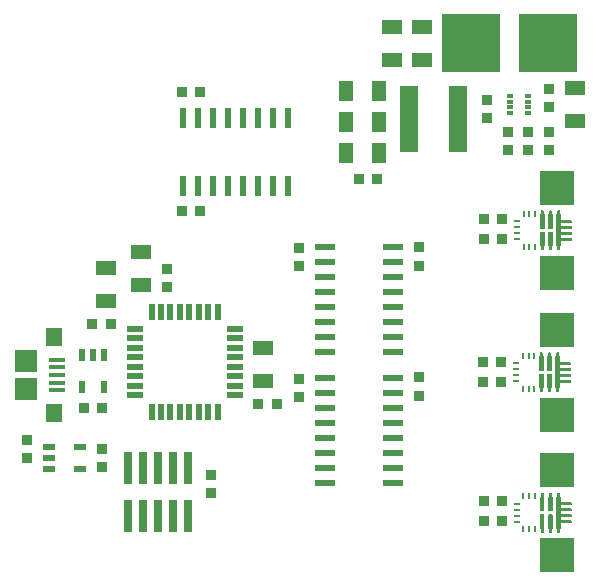
<source format=gbr>
%TF.GenerationSoftware,Altium Limited,Altium Designer,22.9.1 (49)*%
G04 Layer_Color=8421504*
%FSLAX45Y45*%
%MOMM*%
%TF.SameCoordinates,EA90029D-DDF1-4691-B258-B80E594B725E*%
%TF.FilePolarity,Positive*%
%TF.FileFunction,Paste,Top*%
%TF.Part,Single*%
G01*
G75*
%TA.AperFunction,SMDPad,CuDef*%
%ADD11R,1.80000X1.30000*%
%ADD12R,0.95000X0.95000*%
%ADD13R,0.60000X0.30000*%
%ADD14R,0.90000X0.90000*%
%ADD15R,1.65000X5.60000*%
%ADD16R,0.60000X1.00000*%
%TA.AperFunction,ConnectorPad*%
%ADD17R,1.35000X0.40000*%
%ADD18R,1.40000X1.60000*%
%TA.AperFunction,SMDPad,CuDef*%
%ADD19R,1.90000X1.90000*%
%ADD20R,0.95000X0.95000*%
%ADD21R,0.55000X1.45000*%
%ADD22R,1.45000X0.55000*%
%ADD23R,1.75000X0.60000*%
%ADD24R,3.00000X3.00000*%
%TA.AperFunction,SMDPad,SMDef*%
%ADD25R,0.25000X0.60000*%
%ADD29R,0.60000X0.25000*%
%TA.AperFunction,SMDPad,CuDef*%
%ADD30R,0.90000X0.90000*%
%ADD31R,1.30000X1.80000*%
%ADD32R,5.00000X5.00000*%
%ADD33R,0.60000X1.75000*%
%ADD34R,0.74000X2.79000*%
%ADD35R,1.00000X0.60000*%
G36*
X9007098Y7229415D02*
X9007099Y7199415D01*
X9014598D01*
Y7081915D01*
X9009598Y7076914D01*
X8979599Y7076915D01*
X8974599Y7081914D01*
Y7199415D01*
X8982099D01*
Y7229415D01*
X8987099Y7234415D01*
X9002099D01*
X9007098Y7229415D01*
D02*
G37*
G36*
X8937097D02*
Y7199415D01*
X8944597D01*
X8944597Y7081915D01*
X8939597Y7076914D01*
X8909597Y7076915D01*
X8904597Y7081914D01*
Y7199415D01*
X8912097D01*
Y7229415D01*
X8917097Y7234415D01*
X8932097D01*
X8937097Y7229415D01*
D02*
G37*
G36*
X9009602Y7051917D02*
X9014602Y7046917D01*
Y6929417D01*
X9007102D01*
Y6899417D01*
X9002102Y6894417D01*
X8987102D01*
X8982102Y6899417D01*
X8982102Y6929417D01*
X8974602D01*
Y7046917D01*
X8979602Y7051917D01*
X9009602Y7051917D01*
D02*
G37*
G36*
X9077100Y7229415D02*
Y7199415D01*
X9084600D01*
Y7151915D01*
X9169600D01*
X9174600Y7146915D01*
Y7131915D01*
X9169600Y7126915D01*
X9084600D01*
Y7101915D01*
X9169600D01*
X9174600Y7096915D01*
Y7081915D01*
X9169600Y7076915D01*
X9084600D01*
Y7051915D01*
X9169600D01*
X9174600Y7046915D01*
Y7031915D01*
X9169600Y7026915D01*
X9084600D01*
Y7001915D01*
X9169600D01*
X9174600Y6996915D01*
Y6981915D01*
X9169600Y6976915D01*
X9084600D01*
Y6929415D01*
X9077100D01*
Y6899415D01*
X9072100Y6894415D01*
X9057100D01*
X9052100Y6899415D01*
Y6929415D01*
X9044600D01*
Y7199415D01*
X9052100D01*
X9052100Y7229415D01*
X9057100Y7234415D01*
X9072100D01*
X9077100Y7229415D01*
D02*
G37*
G36*
X8939600Y7051915D02*
X8944600Y7046915D01*
Y6929415D01*
X8937100D01*
X8937100Y6899415D01*
X8932100Y6894415D01*
X8917100D01*
X8912100Y6899415D01*
X8912100Y6929415D01*
X8904600D01*
Y7046915D01*
X8909600Y7051915D01*
X8939600Y7051915D01*
D02*
G37*
G36*
X8998978Y6027273D02*
X8998978Y5997273D01*
X9006478D01*
Y5879773D01*
X9001478Y5874773D01*
X8971478Y5874773D01*
X8966478Y5879773D01*
Y5997273D01*
X8973978D01*
Y6027273D01*
X8978978Y6032273D01*
X8993978D01*
X8998978Y6027273D01*
D02*
G37*
G36*
X8928977D02*
Y5997273D01*
X8936477D01*
X8936476Y5879773D01*
X8931476Y5874773D01*
X8901476Y5874773D01*
X8896476Y5879773D01*
Y5997273D01*
X8903977D01*
Y6027273D01*
X8908977Y6032273D01*
X8923977D01*
X8928977Y6027273D01*
D02*
G37*
G36*
X9001481Y5849775D02*
X9006481Y5844776D01*
Y5727276D01*
X8998981D01*
Y5697276D01*
X8993981Y5692276D01*
X8978981D01*
X8973982Y5697276D01*
X8973981Y5727276D01*
X8966481D01*
Y5844775D01*
X8971481Y5849776D01*
X9001481Y5849775D01*
D02*
G37*
G36*
X9068980Y6027273D02*
Y5997273D01*
X9076480D01*
Y5949773D01*
X9161480D01*
X9166480Y5944773D01*
Y5929773D01*
X9161480Y5924773D01*
X9076480D01*
Y5899773D01*
X9161480D01*
X9166480Y5894773D01*
Y5879773D01*
X9161480Y5874773D01*
X9076480D01*
Y5849773D01*
X9161480D01*
X9166480Y5844773D01*
Y5829773D01*
X9161480Y5824773D01*
X9076480D01*
Y5799773D01*
X9161480D01*
X9166480Y5794773D01*
Y5779773D01*
X9161480Y5774773D01*
X9076480D01*
Y5727273D01*
X9068980D01*
Y5697273D01*
X9063980Y5692273D01*
X9048980D01*
X9043980Y5697273D01*
Y5727273D01*
X9036480D01*
Y5997273D01*
X9043980D01*
X9043980Y6027273D01*
X9048980Y6032273D01*
X9063980D01*
X9068980Y6027273D01*
D02*
G37*
G36*
X8931480Y5849773D02*
X8936480Y5844773D01*
Y5727273D01*
X8928980D01*
X8928980Y5697273D01*
X8923980Y5692273D01*
X8908980D01*
X8903980Y5697273D01*
X8903980Y5727273D01*
X8896480D01*
Y5844773D01*
X8901480Y5849773D01*
X8931480Y5849773D01*
D02*
G37*
G36*
X9006061Y4838725D02*
X9006062Y4808725D01*
X9013562D01*
Y4691225D01*
X9008562Y4686225D01*
X8978562Y4686225D01*
X8973562Y4691225D01*
Y4808725D01*
X8981062D01*
Y4838725D01*
X8986062Y4843725D01*
X9001062D01*
X9006061Y4838725D01*
D02*
G37*
G36*
X8936060D02*
Y4808725D01*
X8943560D01*
X8943560Y4691225D01*
X8938560Y4686225D01*
X8908560Y4686225D01*
X8903560Y4691225D01*
Y4808725D01*
X8911060D01*
Y4838725D01*
X8916060Y4843725D01*
X8931060D01*
X8936060Y4838725D01*
D02*
G37*
G36*
X9008565Y4661227D02*
X9013565Y4656227D01*
Y4538727D01*
X9006065D01*
Y4508727D01*
X9001065Y4503727D01*
X8986065D01*
X8981065Y4508727D01*
X8981065Y4538727D01*
X8973565D01*
Y4656227D01*
X8978565Y4661227D01*
X9008565Y4661227D01*
D02*
G37*
G36*
X9076063Y4838725D02*
Y4808725D01*
X9083563D01*
Y4761225D01*
X9168563D01*
X9173563Y4756225D01*
Y4741225D01*
X9168563Y4736225D01*
X9083563D01*
Y4711225D01*
X9168563D01*
X9173563Y4706225D01*
Y4691225D01*
X9168563Y4686225D01*
X9083563D01*
Y4661225D01*
X9168563D01*
X9173563Y4656225D01*
Y4641225D01*
X9168563Y4636225D01*
X9083563D01*
Y4611225D01*
X9168563D01*
X9173563Y4606225D01*
Y4591225D01*
X9168563Y4586225D01*
X9083563D01*
Y4538725D01*
X9076063D01*
Y4508725D01*
X9071063Y4503725D01*
X9056063D01*
X9051063Y4508725D01*
Y4538725D01*
X9043563D01*
Y4808725D01*
X9051063D01*
X9051063Y4838725D01*
X9056063Y4843725D01*
X9071063D01*
X9076063Y4838725D01*
D02*
G37*
G36*
X8938563Y4661225D02*
X8943563Y4656225D01*
Y4538725D01*
X8936063D01*
X8936063Y4508725D01*
X8931063Y4503725D01*
X8916063D01*
X8911063Y4508725D01*
X8911063Y4538725D01*
X8903563D01*
Y4656225D01*
X8908563Y4661225D01*
X8938563Y4661225D01*
D02*
G37*
D11*
X9200430Y7991918D02*
D03*
Y8271918D02*
D03*
X5530000Y6600000D02*
D03*
Y6879999D02*
D03*
X5230000Y6745426D02*
D03*
Y6465426D02*
D03*
X7910424Y8510001D02*
D03*
Y8790000D02*
D03*
X6562929Y5790000D02*
D03*
Y6070000D02*
D03*
X7650002Y8510001D02*
D03*
Y8790000D02*
D03*
D12*
X8458727Y8169076D02*
D03*
Y8014080D02*
D03*
X8980002Y7742072D02*
D03*
Y7897073D02*
D03*
X7880427Y5664999D02*
D03*
Y5820000D02*
D03*
X7880424Y6764999D02*
D03*
Y6920000D02*
D03*
X8980000Y8260001D02*
D03*
Y8105000D02*
D03*
X6869575Y5807498D02*
D03*
Y5652497D02*
D03*
X6869572Y6916003D02*
D03*
Y6761002D02*
D03*
X4564653Y5288989D02*
D03*
Y5133988D02*
D03*
X5750423Y6585004D02*
D03*
Y6740000D02*
D03*
X5197429Y5058991D02*
D03*
Y5213992D02*
D03*
D13*
X8652078Y8204996D02*
D03*
Y8154999D02*
D03*
Y8104996D02*
D03*
Y8054999D02*
D03*
X8802075Y8204996D02*
D03*
Y8154999D02*
D03*
Y8104996D02*
D03*
Y8054999D02*
D03*
D14*
X8804580Y7744572D02*
D03*
Y7894569D02*
D03*
X8634156Y7894574D02*
D03*
Y7744577D02*
D03*
X6120000Y4990000D02*
D03*
Y4840003D02*
D03*
D15*
X8215803Y8006913D02*
D03*
X7800802D02*
D03*
D16*
X5217922Y5737502D02*
D03*
X5027925D02*
D03*
Y6007499D02*
D03*
X5122921D02*
D03*
X5217922D02*
D03*
D17*
X4817500Y5970000D02*
D03*
Y5905000D02*
D03*
Y5840000D02*
D03*
Y5775000D02*
D03*
Y5710000D02*
D03*
D18*
X4795000Y6160000D02*
D03*
Y5520000D02*
D03*
D19*
X4550000Y5960000D02*
D03*
Y5720000D02*
D03*
D20*
X5042498Y5559578D02*
D03*
X5197499D02*
D03*
X5115000Y6270000D02*
D03*
X5270000D02*
D03*
X5875000Y7225720D02*
D03*
X6030001D02*
D03*
X7527501Y7501295D02*
D03*
X7372500D02*
D03*
X6030000Y8236571D02*
D03*
X5874999D02*
D03*
X6675431Y5594576D02*
D03*
X6520430D02*
D03*
D21*
X6177503Y5527499D02*
D03*
X6097503D02*
D03*
X6017503D02*
D03*
X5937498D02*
D03*
X5857499D02*
D03*
X5777499D02*
D03*
X5697499D02*
D03*
X5617499D02*
D03*
Y6372501D02*
D03*
X5697499D02*
D03*
X5777499D02*
D03*
X5857499D02*
D03*
X5937498D02*
D03*
X6017503D02*
D03*
X6097503D02*
D03*
X6177503D02*
D03*
D22*
X5475000Y5670003D02*
D03*
Y5750003D02*
D03*
Y5830003D02*
D03*
Y5910002D02*
D03*
Y5990002D02*
D03*
Y6070002D02*
D03*
Y6150002D02*
D03*
Y6230002D02*
D03*
X6320002D02*
D03*
Y6150002D02*
D03*
Y6070002D02*
D03*
Y5990002D02*
D03*
Y5910002D02*
D03*
Y5830003D02*
D03*
Y5750003D02*
D03*
Y5670003D02*
D03*
D23*
X7087503Y5812074D02*
D03*
Y5685074D02*
D03*
Y5304074D02*
D03*
Y5177074D02*
D03*
Y5050074D02*
D03*
Y4923074D02*
D03*
X7662503Y5812074D02*
D03*
Y5685074D02*
D03*
Y5558074D02*
D03*
Y5431074D02*
D03*
Y5050074D02*
D03*
Y4923074D02*
D03*
Y5304074D02*
D03*
Y5177074D02*
D03*
X7087503Y5431074D02*
D03*
Y5558074D02*
D03*
X7087500Y6920000D02*
D03*
Y6793000D02*
D03*
Y6666000D02*
D03*
Y6539000D02*
D03*
Y6412000D02*
D03*
Y6285000D02*
D03*
Y6158000D02*
D03*
Y6031000D02*
D03*
X7662500Y6920000D02*
D03*
Y6793000D02*
D03*
Y6666000D02*
D03*
Y6539000D02*
D03*
Y6412000D02*
D03*
Y6285000D02*
D03*
Y6158000D02*
D03*
Y6031000D02*
D03*
D24*
X9049999Y4313138D02*
D03*
X9050000Y5034311D02*
D03*
X9050000Y7425000D02*
D03*
Y6703826D02*
D03*
Y5501687D02*
D03*
Y6222861D02*
D03*
D25*
X8767099Y6924412D02*
D03*
X8817101D02*
D03*
X8867099D02*
D03*
Y7204411D02*
D03*
X8817101D02*
D03*
X8767099D02*
D03*
X8758982Y6002274D02*
D03*
X8808984D02*
D03*
X8858982D02*
D03*
Y5722274D02*
D03*
X8808984D02*
D03*
X8758982D02*
D03*
X8766063Y4813725D02*
D03*
X8816066D02*
D03*
X8866063D02*
D03*
Y4533726D02*
D03*
X8816066D02*
D03*
X8766063D02*
D03*
D29*
X8714597Y7139412D02*
D03*
Y7089415D02*
D03*
Y7039413D02*
D03*
Y6989415D02*
D03*
X8706480Y5787273D02*
D03*
Y5837275D02*
D03*
Y5887273D02*
D03*
Y5937275D02*
D03*
X8713561Y4598725D02*
D03*
Y4648727D02*
D03*
Y4698724D02*
D03*
Y4748727D02*
D03*
D30*
X8581674Y6990238D02*
D03*
X8431672D02*
D03*
X8581674Y7160662D02*
D03*
X8431677D02*
D03*
X8580638Y4771648D02*
D03*
X8430636D02*
D03*
X8423554Y5949777D02*
D03*
X8573557D02*
D03*
X8423554Y5779348D02*
D03*
X8573557D02*
D03*
X8580638Y4601219D02*
D03*
X8430636D02*
D03*
D31*
X7542875Y7721722D02*
D03*
X7262876D02*
D03*
X7542875Y7982148D02*
D03*
X7262876D02*
D03*
X7542875Y8242574D02*
D03*
X7262876D02*
D03*
D32*
X8974999Y8650000D02*
D03*
X8325002D02*
D03*
D33*
X5880501Y7443648D02*
D03*
X6007501D02*
D03*
X6134501D02*
D03*
X6261501D02*
D03*
X6388501D02*
D03*
X6515501D02*
D03*
X6642501D02*
D03*
X6769501D02*
D03*
X5880501Y8018648D02*
D03*
X6007501D02*
D03*
X6134501D02*
D03*
X6261501D02*
D03*
X6388501D02*
D03*
X6515501D02*
D03*
X6642501D02*
D03*
X6769501D02*
D03*
D34*
X5548001Y5053500D02*
D03*
Y4646500D02*
D03*
X5421001Y5053500D02*
D03*
Y4646500D02*
D03*
X5929001Y5053500D02*
D03*
Y4646500D02*
D03*
X5802001Y5053500D02*
D03*
Y4646500D02*
D03*
X5675001Y5053500D02*
D03*
Y4646500D02*
D03*
D35*
X5015077Y5041491D02*
D03*
Y5231488D02*
D03*
X4745080Y5041491D02*
D03*
Y5136492D02*
D03*
Y5231488D02*
D03*
%TF.MD5,567d7b3c35930bbab1b21dc145a5e211*%
M02*

</source>
